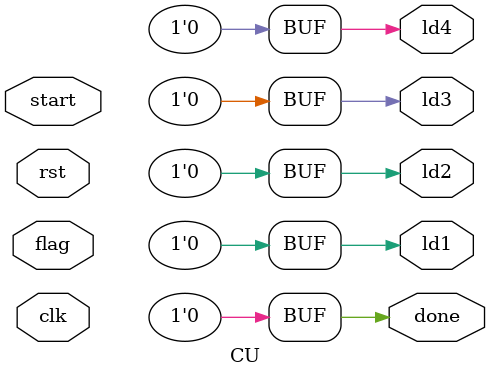
<source format=v>
`define IDLE         6'd0
`define LD1          6'd1
`define LD2          6'd2
`define LD3          6'd3
`define LD4          6'd4
`define MUL          6'd5
`define SUM1         6'd6
`define SUM2         6'd7
`define ACTIVE_FUNC  6'd8
`define CHECK        6'd9
`define STORE        6'd10

module CU(clk, rst, start, done, flag, ld1, ld2, ld3, ld4);
    
    input clk, rst, start, flag;
    output ld1, ld2, ld3, ld4;
    output done;
    
    reg [5:0] ns, ps;
    reg done;
    
    always @(posedge clk, posedge rst) begin
        if (rst)
            ps <= `IDLE;
        else
            ps <= ns;
    end
    
    always @(ps, start, flag, ld1, ld2, ld3, ld4) begin
        case (ps)
            `IDLE        : ns = (start)? `LD1: `IDLE;
            `LD1         : ns = `LD2;
            `LD2         : ns = `LD3;
            `LD3         : ns = `LD4;
            `LD4         : ns = `MUL;
            `MUL         : ns = `SUM1;
            `SUM1        : ns = `SUM2;
            `SUM2        : ns = `ACTIVE_FUNC;
            `ACTIVE_FUNC : ns = `CHECK;
            `CHECK       : ns = (flag)? `MUL : `STORE;
            `STORE       : ns = `IDLE;
            default      : ns = `IDLE;
        endcase
    end
    
    always @(ps) begin
        {ld1, ld2, ld3, ld4, done} = 5'b0;
        case (ps)
            `IDLE        : ;
            `LD1         : ;
            `LD2         : ;
            `LD3         : ;
            `LD4         : ;
            `MUL         : ;
            `SUM1        : ;
            `SUM2        : ;
            `ACTIVE_FUNC : ;
            `CHECK       : ;
            `STORE       : ;
            default      : ;
        endcase
    end
endmodule

</source>
